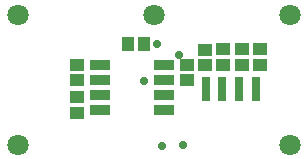
<source format=gts>
G04*
G04 #@! TF.GenerationSoftware,Altium Limited,Altium Designer,20.1.12 (249)*
G04*
G04 Layer_Color=8388736*
%FSLAX44Y44*%
%MOMM*%
G71*
G04*
G04 #@! TF.SameCoordinates,FEBEC7C4-031D-4068-AE87-DD61D03ADA7D*
G04*
G04*
G04 #@! TF.FilePolarity,Negative*
G04*
G01*
G75*
%ADD16R,1.1432X1.0332*%
%ADD17R,1.7292X0.8532*%
%ADD18R,1.0332X1.1432*%
%ADD19R,0.8032X1.0032*%
%ADD20C,1.8032*%
%ADD21C,0.7016*%
D16*
X65000Y60058D02*
D03*
Y46858D02*
D03*
X158035Y87600D02*
D03*
Y74400D02*
D03*
X65000Y87600D02*
D03*
Y74400D02*
D03*
X173477Y100393D02*
D03*
Y87192D02*
D03*
X188920Y100600D02*
D03*
Y87400D02*
D03*
X204363Y100600D02*
D03*
Y87400D02*
D03*
X219805Y100600D02*
D03*
Y87400D02*
D03*
D17*
X84423Y87050D02*
D03*
Y74350D02*
D03*
Y61650D02*
D03*
Y48950D02*
D03*
X138663D02*
D03*
Y61650D02*
D03*
Y74350D02*
D03*
Y87050D02*
D03*
D18*
X108400Y104762D02*
D03*
X121600D02*
D03*
D19*
X216127Y62000D02*
D03*
Y72000D02*
D03*
X202085Y62000D02*
D03*
Y72000D02*
D03*
X188043Y62000D02*
D03*
Y72000D02*
D03*
X174000Y62000D02*
D03*
Y72000D02*
D03*
D20*
X245000Y130000D02*
D03*
Y20000D02*
D03*
X15000D02*
D03*
X130000Y130000D02*
D03*
X15000D02*
D03*
D21*
X155000Y20000D02*
D03*
X137000Y19000D02*
D03*
X133000Y105000D02*
D03*
X122000Y74000D02*
D03*
X151000Y96000D02*
D03*
M02*

</source>
